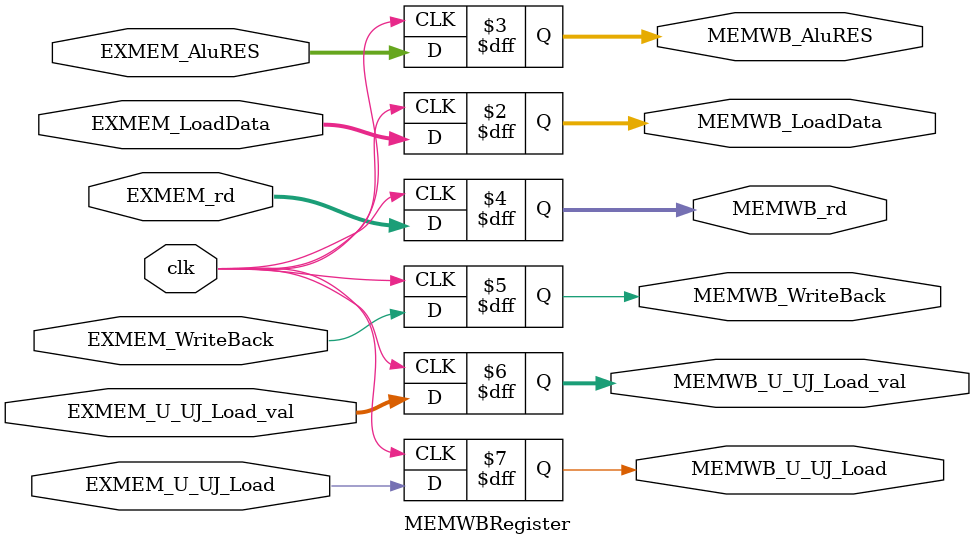
<source format=v>
module MEMWBRegister (
    input wire  clk,
    input wire [31:0] EXMEM_LoadData,
    input wire [31:0] EXMEM_AluRES,
    input wire [4:0] EXMEM_rd,
    input wire EXMEM_WriteBack,
    input wire [31:0] EXMEM_U_UJ_Load_val,
    input wire EXMEM_U_UJ_Load,

    output reg [31:0] MEMWB_LoadData,
    output reg [31:0] MEMWB_AluRES,
    output reg [4:0] MEMWB_rd,
    output reg MEMWB_WriteBack,
    output reg [31:0] MEMWB_U_UJ_Load_val,
    output reg MEMWB_U_UJ_Load
);

reg [31:0] MEMWB [0:5];

always @(posedge clk ) begin
    //read
    MEMWB [0] = EXMEM_LoadData;
    MEMWB [1] = EXMEM_AluRES;
    MEMWB [2] = EXMEM_rd;
    MEMWB [3] = EXMEM_WriteBack;
    MEMWB [4] = EXMEM_U_UJ_Load_val;
    MEMWB [5] = EXMEM_U_UJ_Load;
    //write 
    MEMWB_LoadData <= MEMWB [0];
    MEMWB_AluRES <= MEMWB [1];
    MEMWB_rd <= MEMWB [2];
    MEMWB_WriteBack <= MEMWB [3];
    MEMWB_U_UJ_Load_val <= MEMWB [4];
    MEMWB_U_UJ_Load <= MEMWB [5];
end


endmodule
</source>
